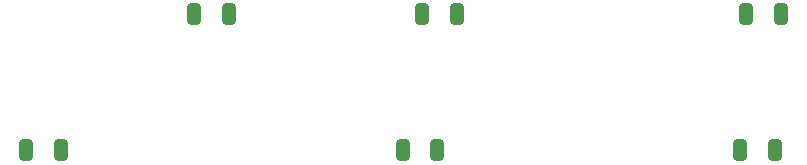
<source format=gbp>
G04 #@! TF.GenerationSoftware,KiCad,Pcbnew,8.0.6*
G04 #@! TF.CreationDate,2025-02-16T15:02:21+05:00*
G04 #@! TF.ProjectId,MegaCD-Connect BD Remake,4d656761-4344-42d4-936f-6e6e65637420,rev?*
G04 #@! TF.SameCoordinates,Original*
G04 #@! TF.FileFunction,Paste,Bot*
G04 #@! TF.FilePolarity,Positive*
%FSLAX46Y46*%
G04 Gerber Fmt 4.6, Leading zero omitted, Abs format (unit mm)*
G04 Created by KiCad (PCBNEW 8.0.6) date 2025-02-16 15:02:21*
%MOMM*%
%LPD*%
G01*
G04 APERTURE LIST*
G04 Aperture macros list*
%AMRoundRect*
0 Rectangle with rounded corners*
0 $1 Rounding radius*
0 $2 $3 $4 $5 $6 $7 $8 $9 X,Y pos of 4 corners*
0 Add a 4 corners polygon primitive as box body*
4,1,4,$2,$3,$4,$5,$6,$7,$8,$9,$2,$3,0*
0 Add four circle primitives for the rounded corners*
1,1,$1+$1,$2,$3*
1,1,$1+$1,$4,$5*
1,1,$1+$1,$6,$7*
1,1,$1+$1,$8,$9*
0 Add four rect primitives between the rounded corners*
20,1,$1+$1,$2,$3,$4,$5,0*
20,1,$1+$1,$4,$5,$6,$7,0*
20,1,$1+$1,$6,$7,$8,$9,0*
20,1,$1+$1,$8,$9,$2,$3,0*%
G04 Aperture macros list end*
%ADD10RoundRect,0.250000X-0.325000X-0.650000X0.325000X-0.650000X0.325000X0.650000X-0.325000X0.650000X0*%
%ADD11RoundRect,0.250000X0.325000X0.650000X-0.325000X0.650000X-0.325000X-0.650000X0.325000X-0.650000X0*%
G04 APERTURE END LIST*
D10*
X173785000Y-90805000D03*
X176735000Y-90805000D03*
X127049000Y-90805000D03*
X129999000Y-90805000D03*
X146353000Y-90805000D03*
X149303000Y-90805000D03*
D11*
X147652000Y-102362000D03*
X144702000Y-102362000D03*
D10*
X112825000Y-102362000D03*
X115775000Y-102362000D03*
X173277000Y-102362000D03*
X176227000Y-102362000D03*
M02*

</source>
